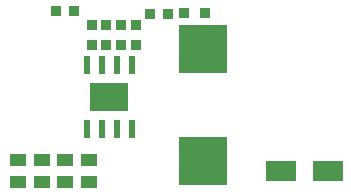
<source format=gtp>
G04*
G04 #@! TF.GenerationSoftware,Altium Limited,Altium Designer,20.0.7 (75)*
G04*
G04 Layer_Color=8421504*
%FSLAX44Y44*%
%MOMM*%
G71*
G01*
G75*
G04:AMPARAMS|DCode=16|XSize=0.9mm|YSize=0.8mm|CornerRadius=0.06mm|HoleSize=0mm|Usage=FLASHONLY|Rotation=90.000|XOffset=0mm|YOffset=0mm|HoleType=Round|Shape=RoundedRectangle|*
%AMROUNDEDRECTD16*
21,1,0.9000,0.6800,0,0,90.0*
21,1,0.7800,0.8000,0,0,90.0*
1,1,0.1200,0.3400,0.3900*
1,1,0.1200,0.3400,-0.3900*
1,1,0.1200,-0.3400,-0.3900*
1,1,0.1200,-0.3400,0.3900*
%
%ADD16ROUNDEDRECTD16*%
%ADD17R,4.1000X4.1000*%
%ADD18R,2.5000X1.7000*%
G04:AMPARAMS|DCode=19|XSize=0.95mm|YSize=1.4mm|CornerRadius=0.0712mm|HoleSize=0mm|Usage=FLASHONLY|Rotation=90.000|XOffset=0mm|YOffset=0mm|HoleType=Round|Shape=RoundedRectangle|*
%AMROUNDEDRECTD19*
21,1,0.9500,1.2575,0,0,90.0*
21,1,0.8075,1.4000,0,0,90.0*
1,1,0.1425,0.6288,0.4037*
1,1,0.1425,0.6288,-0.4037*
1,1,0.1425,-0.6288,-0.4037*
1,1,0.1425,-0.6288,0.4037*
%
%ADD19ROUNDEDRECTD19*%
%ADD20R,3.2000X2.4000*%
G04:AMPARAMS|DCode=21|XSize=0.5334mm|YSize=1.5mm|CornerRadius=0.0667mm|HoleSize=0mm|Usage=FLASHONLY|Rotation=0.000|XOffset=0mm|YOffset=0mm|HoleType=Round|Shape=RoundedRectangle|*
%AMROUNDEDRECTD21*
21,1,0.5334,1.3667,0,0,0.0*
21,1,0.4001,1.5000,0,0,0.0*
1,1,0.1333,0.2000,-0.6833*
1,1,0.1333,-0.2000,-0.6833*
1,1,0.1333,-0.2000,0.6833*
1,1,0.1333,0.2000,0.6833*
%
%ADD21ROUNDEDRECTD21*%
G04:AMPARAMS|DCode=22|XSize=0.8mm|YSize=0.9mm|CornerRadius=0.06mm|HoleSize=0mm|Usage=FLASHONLY|Rotation=180.000|XOffset=0mm|YOffset=0mm|HoleType=Round|Shape=RoundedRectangle|*
%AMROUNDEDRECTD22*
21,1,0.8000,0.7800,0,0,180.0*
21,1,0.6800,0.9000,0,0,180.0*
1,1,0.1200,-0.3400,0.3900*
1,1,0.1200,0.3400,0.3900*
1,1,0.1200,0.3400,-0.3900*
1,1,0.1200,-0.3400,-0.3900*
%
%ADD22ROUNDEDRECTD22*%
G04:AMPARAMS|DCode=23|XSize=0.9mm|YSize=0.8mm|CornerRadius=0.06mm|HoleSize=0mm|Usage=FLASHONLY|Rotation=0.000|XOffset=0mm|YOffset=0mm|HoleType=Round|Shape=RoundedRectangle|*
%AMROUNDEDRECTD23*
21,1,0.9000,0.6800,0,0,0.0*
21,1,0.7800,0.8000,0,0,0.0*
1,1,0.1200,0.3900,-0.3400*
1,1,0.1200,-0.3900,-0.3400*
1,1,0.1200,-0.3900,0.3400*
1,1,0.1200,0.3900,0.3400*
%
%ADD23ROUNDEDRECTD23*%
D16*
X111500Y141000D02*
D03*
Y124000D02*
D03*
X124000Y141000D02*
D03*
Y124000D02*
D03*
X136500Y141000D02*
D03*
Y124000D02*
D03*
X99000Y141000D02*
D03*
Y124000D02*
D03*
D17*
X193000Y120500D02*
D03*
Y25500D02*
D03*
D18*
X259000Y17500D02*
D03*
X299000D02*
D03*
D19*
X36500Y8250D02*
D03*
Y26750D02*
D03*
X56500Y8250D02*
D03*
Y26750D02*
D03*
X76500Y8250D02*
D03*
Y26750D02*
D03*
X96500Y8250D02*
D03*
Y26750D02*
D03*
D20*
X114000Y80000D02*
D03*
D21*
X133051Y107000D02*
D03*
X120351D02*
D03*
X107651D02*
D03*
X94951D02*
D03*
Y53000D02*
D03*
X133051D02*
D03*
X120351D02*
D03*
X107651D02*
D03*
D22*
X69000Y152500D02*
D03*
X84000D02*
D03*
X163500Y150000D02*
D03*
X148500D02*
D03*
D23*
X177500Y151000D02*
D03*
X194500D02*
D03*
M02*

</source>
